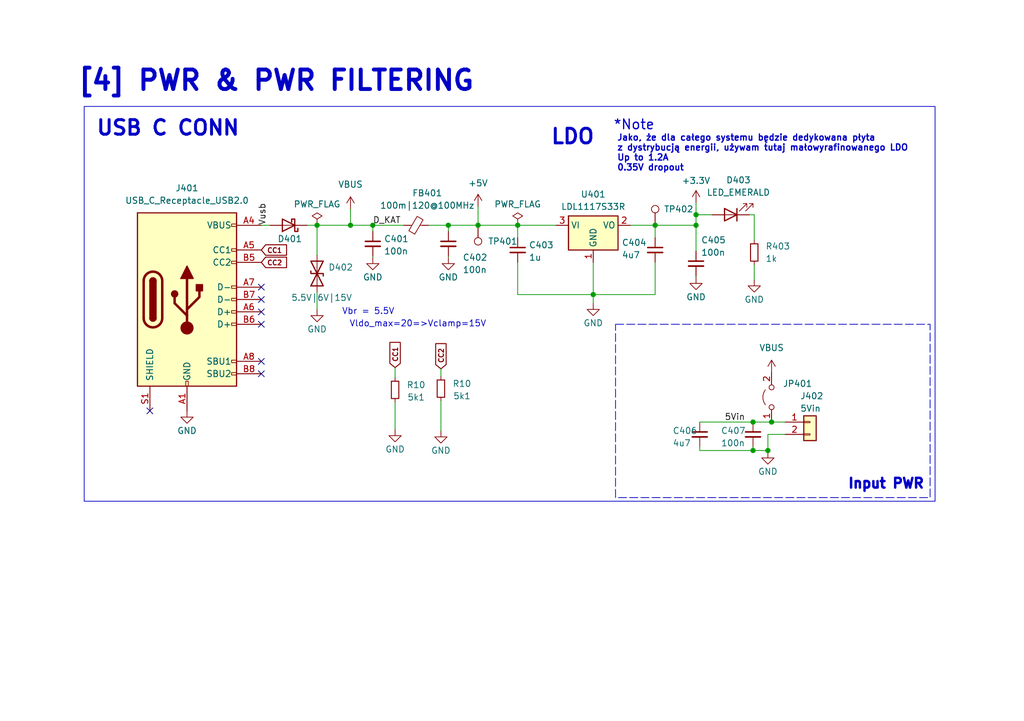
<source format=kicad_sch>
(kicad_sch (version 20230121) (generator eeschema)
  (paper "A5")
  (title_block (title "POWER"))
  (lib_symbols
    (symbol "Connector:TestPoint" (pin_numbers hide) (pin_names (offset 0.762) hide)
      (property "Reference" "TP" (at 0 6.858 0))
      (property "Value" "TestPoint" (at 0 5.08 0))
      (symbol "TestPoint_0_1"
        (circle (center 0 3.302) (radius 0.762))
      )
      (symbol "TestPoint_1_1"
        (pin passive line (at 0 0 90) (length 2.54) (name "1") (number "1"))
      )
    )
    (symbol "Connector:USB_C_Receptacle_USB2.0" (pin_names (offset 1.016))
      (property "Reference" "J" (at -10.16 19.05 0))
      (property "Value" "USB_C_Receptacle_USB2.0" (at 19.05 19.05 0))
      (symbol "USB_C_Receptacle_USB2.0_0_0"
        (rectangle (start -0.254 -17.78) (end 0.254 -16.764))
        (rectangle (start 10.16 -14.986) (end 9.144 -15.494))
        (rectangle (start 10.16 -12.446) (end 9.144 -12.954))
        (rectangle (start 10.16 -4.826) (end 9.144 -5.334))
        (rectangle (start 10.16 -2.286) (end 9.144 -2.794))
        (rectangle (start 10.16 0.254) (end 9.144 -0.254))
        (rectangle (start 10.16 2.794) (end 9.144 2.286))
        (rectangle (start 10.16 7.874) (end 9.144 7.366))
        (rectangle (start 10.16 10.414) (end 9.144 9.906))
        (rectangle (start 10.16 15.494) (end 9.144 14.986))
      )
      (symbol "USB_C_Receptacle_USB2.0_0_1"
        (rectangle (start -10.16 17.78) (end 10.16 -17.78) (stroke (width 0.254)) (fill (type background)))
        (arc (start -8.89 -3.81) (mid -6.985 -5.7067) (end -5.08 -3.81) (stroke (width 0.508)))
        (arc (start -7.62 -3.81) (mid -6.985 -4.4423) (end -6.35 -3.81) (stroke (width 0.254)))
        (arc (start -7.62 -3.81) (mid -6.985 -4.4423) (end -6.35 -3.81) (stroke (width 0.254)) (fill (type outline)))
        (rectangle (start -7.62 -3.81) (end -6.35 3.81) (stroke (width 0.254)) (fill (type outline)))
        (arc (start -6.35 3.81) (mid -6.985 4.4423) (end -7.62 3.81) (stroke (width 0.254)))
        (arc (start -6.35 3.81) (mid -6.985 4.4423) (end -7.62 3.81) (stroke (width 0.254)) (fill (type outline)))
        (arc (start -5.08 3.81) (mid -6.985 5.7067) (end -8.89 3.81) (stroke (width 0.508)))
        (circle (center -2.54 1.143) (radius 0.635) (stroke (width 0.254)) (fill (type outline)))
        (circle (center 0 -5.842) (radius 1.27) (fill (type outline)))
        (polyline (pts (xy -8.89 -3.81) (xy -8.89 3.81)) (stroke (width 0.508)))
        (polyline (pts (xy -5.08 3.81) (xy -5.08 -3.81)) (stroke (width 0.508)))
        (polyline (pts (xy 0 -5.842) (xy 0 4.318)) (stroke (width 0.508)))
        (polyline (pts (xy 0 -3.302) (xy -2.54 -0.762) (xy -2.54 0.508)) (stroke (width 0.508)))
        (polyline (pts (xy 0 -2.032) (xy 2.54 0.508) (xy 2.54 1.778)) (stroke (width 0.508)))
        (polyline (pts (xy -1.27 4.318) (xy 0 6.858) (xy 1.27 4.318) (xy -1.27 4.318)) (stroke (width 0.254)) (fill (type outline)))
        (rectangle (start 1.905 1.778) (end 3.175 3.048) (stroke (width 0.254)) (fill (type outline)))
      )
      (symbol "USB_C_Receptacle_USB2.0_1_1"
        (pin passive line (at 0 -22.86 90) (length 5.08) (name "GND") (number "A1"))
        (pin passive line (at 0 -22.86 90) (length 5.08) hide (name "GND") (number "A12"))
        (pin passive line (at 15.24 15.24 180) (length 5.08) (name "VBUS") (number "A4"))
        (pin bidirectional line (at 15.24 10.16 180) (length 5.08) (name "CC1") (number "A5"))
        (pin bidirectional line (at 15.24 -2.54 180) (length 5.08) (name "D+") (number "A6"))
        (pin bidirectional line (at 15.24 2.54 180) (length 5.08) (name "D-") (number "A7"))
        (pin bidirectional line (at 15.24 -12.7 180) (length 5.08) (name "SBU1") (number "A8"))
        (pin passive line (at 15.24 15.24 180) (length 5.08) hide (name "VBUS") (number "A9"))
        (pin passive line (at 0 -22.86 90) (length 5.08) hide (name "GND") (number "B1"))
        (pin passive line (at 0 -22.86 90) (length 5.08) hide (name "GND") (number "B12"))
        (pin passive line (at 15.24 15.24 180) (length 5.08) hide (name "VBUS") (number "B4"))
        (pin bidirectional line (at 15.24 7.62 180) (length 5.08) (name "CC2") (number "B5"))
        (pin bidirectional line (at 15.24 -5.08 180) (length 5.08) (name "D+") (number "B6"))
        (pin bidirectional line (at 15.24 0 180) (length 5.08) (name "D-") (number "B7"))
        (pin bidirectional line (at 15.24 -15.24 180) (length 5.08) (name "SBU2") (number "B8"))
        (pin passive line (at 15.24 15.24 180) (length 5.08) hide (name "VBUS") (number "B9"))
        (pin passive line (at -7.62 -22.86 90) (length 5.08) (name "SHIELD") (number "S1"))
      )
    )
    (symbol "Connector_Generic:Conn_01x02" (pin_names (offset 1.016) hide)
      (property "Reference" "J" (at 0 2.54 0))
      (property "Value" "Conn_01x02" (at 0 -5.08 0))
      (symbol "Conn_01x02_1_1"
        (rectangle (start -1.27 -2.413) (end 0 -2.667) (stroke (width 0.1524)))
        (rectangle (start -1.27 0.127) (end 0 -0.127) (stroke (width 0.1524)))
        (rectangle (start -1.27 1.27) (end 1.27 -3.81) (stroke (width 0.254)) (fill (type background)))
        (pin passive line (at -5.08 0 0) (length 3.81) (name "Pin_1") (number "1"))
        (pin passive line (at -5.08 -2.54 0) (length 3.81) (name "Pin_2") (number "2"))
      )
    )
    (symbol "Device:C_Small" (pin_numbers hide) (pin_names (offset 0.254) hide)
      (property "Reference" "C" (at 0.254 1.778 0))
      (property "Value" "C_Small" (at 0.254 -2.032 0))
      (symbol "C_Small_0_1"
        (polyline (pts (xy -1.524 -0.508) (xy 1.524 -0.508)) (stroke (width 0.3302)))
        (polyline (pts (xy -1.524 0.508) (xy 1.524 0.508)) (stroke (width 0.3048)))
      )
      (symbol "C_Small_1_1"
        (pin passive line (at 0 2.54 270) (length 2.032) (name "~") (number "1"))
        (pin passive line (at 0 -2.54 90) (length 2.032) (name "~") (number "2"))
      )
    )
    (symbol "Device:D_Schottky" (pin_numbers hide) (pin_names (offset 1.016) hide)
      (property "Reference" "D" (at 0 2.54 0))
      (property "Value" "D_Schottky" (at 0 -2.54 0))
      (symbol "D_Schottky_0_1"
        (polyline (pts (xy 1.27 0) (xy -1.27 0)))
        (polyline (pts (xy 1.27 1.27) (xy 1.27 -1.27) (xy -1.27 0) (xy 1.27 1.27)) (stroke (width 0.254)))
        (polyline (pts (xy -1.905 0.635) (xy -1.905 1.27) (xy -1.27 1.27) (xy -1.27 -1.27) (xy -0.635 -1.27) (xy -0.635 -0.635)) (stroke (width 0.254)))
      )
      (symbol "D_Schottky_1_1"
        (pin passive line (at -3.81 0 0) (length 2.54) (name "K") (number "1"))
        (pin passive line (at 3.81 0 180) (length 2.54) (name "A") (number "2"))
      )
    )
    (symbol "Device:D_TVS" (pin_numbers hide) (pin_names (offset 1.016) hide)
      (property "Reference" "D" (at 0 2.54 0))
      (property "Value" "D_TVS" (at 0 -2.54 0))
      (symbol "D_TVS_0_1"
        (polyline (pts (xy 1.27 0) (xy -1.27 0)))
        (polyline (pts (xy 0.508 1.27) (xy 0 1.27) (xy 0 -1.27) (xy -0.508 -1.27)) (stroke (width 0.254)))
        (polyline (pts (xy -2.54 1.27) (xy -2.54 -1.27) (xy 2.54 1.27) (xy 2.54 -1.27) (xy -2.54 1.27)) (stroke (width 0.254)))
      )
      (symbol "D_TVS_1_1"
        (pin passive line (at -3.81 0 0) (length 2.54) (name "A1") (number "1"))
        (pin passive line (at 3.81 0 180) (length 2.54) (name "A2") (number "2"))
      )
    )
    (symbol "Device:FerriteBead_Small" (pin_numbers hide) (pin_names (offset 0))
      (property "Reference" "FB" (at 1.905 1.27 0))
      (property "Value" "FerriteBead_Small" (at 1.905 -1.27 0))
      (symbol "FerriteBead_Small_0_1"
        (polyline (pts (xy 0 -1.27) (xy 0 -0.7874)))
        (polyline (pts (xy 0 0.889) (xy 0 1.2954)))
        (polyline (pts (xy -1.8288 0.2794) (xy -1.1176 1.4986) (xy 1.8288 -0.2032) (xy 1.1176 -1.4224) (xy -1.8288 0.2794)))
      )
      (symbol "FerriteBead_Small_1_1"
        (pin passive line (at 0 2.54 270) (length 1.27) (name "~") (number "1"))
        (pin passive line (at 0 -2.54 90) (length 1.27) (name "~") (number "2"))
      )
    )
    (symbol "Device:LED" (pin_numbers hide) (pin_names (offset 1.016) hide)
      (property "Reference" "D" (at 0 2.54 0))
      (property "Value" "LED" (at 0 -2.54 0))
      (symbol "LED_0_1"
        (polyline (pts (xy -1.27 -1.27) (xy -1.27 1.27)) (stroke (width 0.254)))
        (polyline (pts (xy -1.27 0) (xy 1.27 0)))
        (polyline (pts (xy 1.27 -1.27) (xy 1.27 1.27) (xy -1.27 0) (xy 1.27 -1.27)) (stroke (width 0.254)))
        (polyline (pts (xy -3.048 -0.762) (xy -4.572 -2.286) (xy -3.81 -2.286) (xy -4.572 -2.286) (xy -4.572 -1.524)))
        (polyline (pts (xy -1.778 -0.762) (xy -3.302 -2.286) (xy -2.54 -2.286) (xy -3.302 -2.286) (xy -3.302 -1.524)))
      )
      (symbol "LED_1_1"
        (pin passive line (at -3.81 0 0) (length 2.54) (name "K") (number "1"))
        (pin passive line (at 3.81 0 180) (length 2.54) (name "A") (number "2"))
      )
    )
    (symbol "Device:R_Small" (pin_numbers hide) (pin_names (offset 0.254) hide)
      (property "Reference" "R" (at 0.762 0.508 0))
      (property "Value" "R_Small" (at 0.762 -1.016 0))
      (symbol "R_Small_0_1"
        (rectangle (start -0.762 1.778) (end 0.762 -1.778) (stroke (width 0.2032)))
      )
      (symbol "R_Small_1_1"
        (pin passive line (at 0 2.54 270) (length 0.762) (name "~") (number "1"))
        (pin passive line (at 0 -2.54 90) (length 0.762) (name "~") (number "2"))
      )
    )
    (symbol "Jumper:Jumper_2_Open" (pin_names (offset 0) hide)
      (property "Reference" "JP" (at 0 2.794 0))
      (property "Value" "Jumper_2_Open" (at 0 -2.286 0))
      (symbol "Jumper_2_Open_0_0"
        (circle (center -2.032 0) (radius 0.508))
        (circle (center 2.032 0) (radius 0.508))
      )
      (symbol "Jumper_2_Open_0_1"
        (arc (start 1.524 1.27) (mid 0 1.778) (end -1.524 1.27))
      )
      (symbol "Jumper_2_Open_1_1"
        (pin passive line (at -5.08 0 0) (length 2.54) (name "A") (number "1"))
        (pin passive line (at 5.08 0 180) (length 2.54) (name "B") (number "2"))
      )
    )
    (symbol "Regulator_Linear:LD1117S33TR_SOT223"
      (property "Reference" "U" (at -3.81 3.175 0))
      (property "Value" "LD1117S33TR_SOT223" (at 0 3.175 0))
      (symbol "LD1117S33TR_SOT223_0_1"
        (rectangle (start -5.08 -5.08) (end 5.08 1.905) (stroke (width 0.254)) (fill (type background)))
      )
      (symbol "LD1117S33TR_SOT223_1_1"
        (pin power_in line (at 0 -7.62 90) (length 2.54) (name "GND") (number "1"))
        (pin power_out line (at 7.62 0 180) (length 2.54) (name "VO") (number "2"))
        (pin power_in line (at -7.62 0 0) (length 2.54) (name "VI") (number "3"))
      )
    )
    (symbol "power:+3.3V" (power) (pin_names (offset 0))
      (property "Value" "+3.3V" (at 0 3.556 0))
      (symbol "+3.3V_0_1"
        (polyline (pts (xy -0.762 1.27) (xy 0 2.54)))
        (polyline (pts (xy 0 0) (xy 0 2.54)))
        (polyline (pts (xy 0 2.54) (xy 0.762 1.27)))
      )
      (symbol "+3.3V_1_1"
        (pin power_in line (at 0 0 90) (length 0) hide (name "+3.3V") (number "1"))
      )
    )
    (symbol "power:+5V" (power) (pin_names (offset 0))
      (property "Value" "+5V" (at 0 3.556 0))
      (symbol "+5V_0_1"
        (polyline (pts (xy -0.762 1.27) (xy 0 2.54)))
        (polyline (pts (xy 0 0) (xy 0 2.54)))
        (polyline (pts (xy 0 2.54) (xy 0.762 1.27)))
      )
      (symbol "+5V_1_1"
        (pin power_in line (at 0 0 90) (length 0) hide (name "+5V") (number "1"))
      )
    )
    (symbol "power:GND" (power) (pin_names (offset 0))
      (property "Value" "GND" (at 0 -3.81 0))
      (symbol "GND_0_1"
        (polyline (pts (xy 0 0) (xy 0 -1.27) (xy 1.27 -1.27) (xy 0 -2.54) (xy -1.27 -1.27) (xy 0 -1.27)))
      )
      (symbol "GND_1_1"
        (pin power_in line (at 0 0 270) (length 0) hide (name "GND") (number "1"))
      )
    )
    (symbol "power:PWR_FLAG" (power) (pin_numbers hide) (pin_names (offset 0) hide)
      (property "Value" "PWR_FLAG" (at 0 3.81 0))
      (symbol "PWR_FLAG_0_0"
        (pin power_out line (at 0 0 90) (length 0) (name "pwr") (number "1"))
      )
      (symbol "PWR_FLAG_0_1"
        (polyline (pts (xy 0 0) (xy 0 1.27) (xy -1.016 1.905) (xy 0 2.54) (xy 1.016 1.905) (xy 0 1.27)))
      )
    )
    (symbol "power:VBUS" (power) (pin_names (offset 0))
      (property "Value" "VBUS" (at 0 3.81 0))
      (symbol "VBUS_0_1"
        (polyline (pts (xy -0.762 1.27) (xy 0 2.54)))
        (polyline (pts (xy 0 0) (xy 0 2.54)))
        (polyline (pts (xy 0 2.54) (xy 0.762 1.27)))
      )
      (symbol "VBUS_1_1"
        (pin power_in line (at 0 0 90) (length 0) hide (name "VBUS") (number "1"))
      )
    )
  )
  (junction (at 134.366 46.228))
  (junction (at 106.172 46.228))
  (junction (at 91.948 46.228))
  (junction (at 158.242 86.614))
  (junction (at 76.454 46.228))
  (junction (at 121.666 60.452))
  (junction (at 71.882 46.228))
  (junction (at 142.748 44.069))
  (junction (at 142.748 46.228))
  (junction (at 98.044 46.228))
  (junction (at 154.432 92.456))
  (junction (at 65.024 46.228))
  (junction (at 157.48 92.456))
  (junction (at 154.432 86.614))
  (no_connect (at 53.594 64.008))
  (no_connect (at 53.594 61.468))
  (no_connect (at 53.594 76.708))
  (no_connect (at 30.734 84.328))
  (no_connect (at 53.594 58.928))
  (no_connect (at 53.594 74.168))
  (no_connect (at 53.594 66.548))
  (wire (pts (xy 158.242 86.614) (xy 161.036 86.614)))
  (wire (pts (xy 98.044 42.418) (xy 98.044 46.228)))
  (wire (pts (xy 65.024 46.228) (xy 71.882 46.228)))
  (wire (pts (xy 121.666 60.452) (xy 121.666 62.23)))
  (wire (pts (xy 129.286 46.228) (xy 134.366 46.228)))
  (wire (pts (xy 143.51 92.456) (xy 154.432 92.456)))
  (wire (pts (xy 154.686 44.069) (xy 154.686 49.276)))
  (wire (pts (xy 153.67 44.069) (xy 154.686 44.069)))
  (wire (pts (xy 65.024 59.944) (xy 65.024 63.5)))
  (wire (pts (xy 134.366 46.228) (xy 134.366 48.768)))
  (wire (pts (xy 62.992 46.228) (xy 65.024 46.228)))
  (wire (pts (xy 106.172 46.228) (xy 106.172 48.768)))
  (wire (pts (xy 106.172 53.848) (xy 106.172 60.452)))
  (wire (pts (xy 142.748 44.069) (xy 146.05 44.069)))
  (wire (pts (xy 143.51 86.614) (xy 154.432 86.614)))
  (wire (pts (xy 154.432 92.456) (xy 157.48 92.456)))
  (wire (pts (xy 90.424 75.692) (xy 90.424 77.216)))
  (wire (pts (xy 157.48 92.456) (xy 157.48 92.71)))
  (wire (pts (xy 91.948 52.578) (xy 91.948 52.832)))
  (wire (pts (xy 121.666 60.452) (xy 134.366 60.452)))
  (wire (pts (xy 81.026 75.438) (xy 81.026 77.47)))
  (wire (pts (xy 142.748 51.562) (xy 142.748 46.228)))
  (wire (pts (xy 91.948 46.228) (xy 98.044 46.228)))
  (wire (pts (xy 154.432 91.694) (xy 154.432 92.456)))
  (wire (pts (xy 71.882 46.228) (xy 76.454 46.228)))
  (wire (pts (xy 71.882 42.926) (xy 71.882 46.228)))
  (wire (pts (xy 76.454 46.228) (xy 76.454 47.498)))
  (wire (pts (xy 161.036 89.154) (xy 157.48 89.154)))
  (wire (pts (xy 65.024 46.228) (xy 65.024 52.324)))
  (wire (pts (xy 106.172 46.228) (xy 114.046 46.228)))
  (wire (pts (xy 154.686 54.356) (xy 154.686 57.404)))
  (wire (pts (xy 91.948 47.498) (xy 91.948 46.228)))
  (wire (pts (xy 53.594 46.228) (xy 55.372 46.228)))
  (wire (pts (xy 76.454 46.228) (xy 82.804 46.228)))
  (wire (pts (xy 76.454 52.578) (xy 76.454 52.832)))
  (wire (pts (xy 134.366 46.228) (xy 142.748 46.228)))
  (wire (pts (xy 142.748 41.656) (xy 142.748 44.069)))
  (wire (pts (xy 106.172 60.452) (xy 121.666 60.452)))
  (wire (pts (xy 154.432 86.614) (xy 158.242 86.614)))
  (wire (pts (xy 142.748 56.642) (xy 142.748 56.896)))
  (wire (pts (xy 157.48 89.154) (xy 157.48 92.456)))
  (wire (pts (xy 143.51 91.694) (xy 143.51 92.456)))
  (wire (pts (xy 90.424 82.296) (xy 90.424 88.392)))
  (wire (pts (xy 121.666 60.452) (xy 121.666 53.848)))
  (wire (pts (xy 87.884 46.228) (xy 91.948 46.228)))
  (wire (pts (xy 134.366 53.848) (xy 134.366 60.452)))
  (wire (pts (xy 81.026 82.55) (xy 81.026 88.138)))
  (wire (pts (xy 142.748 44.069) (xy 142.748 46.228)))
  (wire (pts (xy 98.044 46.228) (xy 106.172 46.228)))
  (rectangle (start 126.238 66.548) (end 190.754 102.108) (stroke (width 0) (type dash)))
  (rectangle (start 17.272 21.844) (end 191.77 102.87))
  (text "LDO" (at 112.776 29.972 0) (effects (font (size 3 3) (thickness 0.6) bold) (justify left bottom)))
  (text "Jako, że dla całego systemu będzie dedykowana płyta \nz dystrybucją energii, używam tutaj małowyrafinowanego LDO\nUp to 1.2A \n0.35V dropout " (at 126.492 35.306 0) (effects (font (size 1.27 1.27) bold) (justify left bottom)))
  (text "Input PWR" (at 173.736 100.584 0) (effects (font (size 2 2) (thickness 0.6) bold) (justify left bottom)))
  (text "USB C CONN\n" (at 19.558 28.194 0) (effects (font (size 3 3) (thickness 0.6) bold) (justify left bottom)))
  (text "Vldo_max=20=>Vclamp=15V" (at 71.628 67.31 0) (effects (font (size 1.27 1.27)) (justify left bottom)))
  (text "Vbr = 5.5V\n" (at 70.104 64.77 0) (effects (font (size 1.27 1.27)) (justify left bottom)))
  (text "[4] PWR & PWR FILTERING" (at 15.748 19.05 0) (effects (font (size 4 4) (thickness 0.8) bold) (justify left bottom)))
  (text "*Note" (at 125.73 26.924 0) (effects (font (size 2 2) (thickness 0.254) bold) (justify left bottom)))
  (label "Vusb" (at 54.864 46.228 90))
  (label "D_KAT" (at 76.454 46.228 0))
  (label "5Vin" (at 148.59 86.614 0))
  (global_label "CC2" (shape input) (at 90.424 75.692 90) (effects (font (size 1 1) (thickness 0.2) bold)) (property "Intersheetrefs" "${INTERSHEET_REFS}" (effects hide)))
  (global_label "CC1" (shape input) (at 53.594 51.308 0) (effects (font (size 1 1) (thickness 0.2) bold)) (property "Intersheetrefs" "${INTERSHEET_REFS}" (effects hide)))
  (global_label "CC2" (shape input) (at 53.594 53.848 0) (effects (font (size 1 1) (thickness 0.2) bold)) (property "Intersheetrefs" "${INTERSHEET_REFS}" (effects hide)))
  (global_label "CC1" (shape input) (at 81.026 75.438 90) (effects (font (size 1 1) (thickness 0.2) bold)) (property "Intersheetrefs" "${INTERSHEET_REFS}" (effects hide)))
  (symbol (lib_id "Device:C_Small") (at 142.748 54.102 0) (unit 1)
    (property "Reference" "C1" (at 143.764 49.276 0) (effects (justify left)))
    (property "Value" "100n" (at 143.764 51.816 0) (effects (justify left)))
    (property "Footprint" "Capacitor_SMD:C_0402_1005Metric" (effects hide))
    (property "LCSC PART #" "C307331" (effects hide))
    (property "JLCPCB Part #" "C307331" (effects hide))
    (instances (project "SYSTEM_KONTROLI_LOTU" (path "" (reference "C405") (unit 1))))
  )
  (symbol (lib_id "power:+3.3V") (at 142.748 41.656 0) (unit 1)
    (property "Reference" "#PWR0138" (effects hide))
    (property "Value" "+3.3V" (at 142.748 37.084 0))
    (instances (project "SYSTEM_KONTROLI_LOTU" (path "" (reference "#PWR0410") (unit 1))))
  )
  (symbol (lib_id "power:PWR_FLAG") (at 65.024 46.228 0) (unit 1)
    (property "Reference" "#FLG01" (effects hide))
    (property "Value" "PWR_FLAG" (at 65.024 41.91 0))
    (instances (project "SYSTEM_KONTROLI_LOTU" (path "" (reference "#FLG0401") (unit 1))))
  )
  (symbol (lib_id "Device:D_TVS") (at 65.024 56.134 90) (unit 1)
    (property "Reference" "D201" (at 67.31 54.864 90) (effects (justify right)))
    (property "Value" "5.5V|6V|15V" (at 59.69 61.087 90) (effects (justify right)))
    (property "Footprint" "Diode_SMD:D_0402_1005Metric" (effects hide))
    (instances (project "SYSTEM_KONTROLI_LOTU" (path "" (reference "D402") (unit 1))))
  )
  (symbol (lib_id "Device:LED") (at 149.86 44.069 180) (unit 1)
    (property "Reference" "D3" (at 151.4475 36.957 0))
    (property "Value" "LED_EMERALD" (at 151.4475 39.497 0))
    (property "Footprint" "Diode_SMD:D_0603_1608Metric" (effects hide))
    (property "LCSC PART #" "C72043" (effects hide))
    (property "JLCPCB Part #" "C72043" (effects hide))
    (instances (project "SYSTEM_KONTROLI_LOTU" (path "" (reference "D403") (unit 1))))
  )
  (symbol (lib_id "Device:R_Small") (at 81.026 80.01 0) (unit 1)
    (property "Reference" "R10" (at 85.344 78.994 0))
    (property "Value" "5k1" (at 85.344 81.534 0))
    (property "Footprint" "Resistor_SMD:R_0402_1005Metric" (effects hide))
    (property "LCSC PART #" "C25905" (effects hide))
    (property "JLCPCB Part #" "C25905" (effects hide))
    (instances (project "SYSTEM_KONTROLI_LOTU" (path "" (reference "R10") (unit 1)) (path "" (reference "R401") (unit 1))))
  )
  (symbol (lib_id "Device:C_Small") (at 91.948 50.038 0) (unit 1)
    (property "Reference" "C502" (at 94.869 52.832 0) (effects (justify left)))
    (property "Value" "100n" (at 94.869 55.372 0) (effects (justify left)))
    (property "Footprint" "Capacitor_SMD:C_0402_1005Metric" (effects hide))
    (property "LCSC PART #" "C307331" (effects hide))
    (property "JLCPCB Part #" "C307331" (effects hide))
    (instances (project "SYSTEM_KONTROLI_LOTU" (path "" (reference "C402") (unit 1))))
  )
  (symbol (lib_id "power:GND") (at 91.948 52.832 0) (unit 1)
    (property "Reference" "#PWR053" (effects hide))
    (property "Value" "GND" (at 91.948 56.896 0))
    (instances (project "SYSTEM_KONTROLI_LOTU" (path "" (reference "#PWR0407") (unit 1))))
  )
  (symbol (lib_id "power:GND") (at 90.424 88.392 0) (unit 1)
    (property "Reference" "#PWR054" (effects hide))
    (property "Value" "GND" (at 90.424 92.456 0))
    (instances (project "SYSTEM_KONTROLI_LOTU" (path "" (reference "#PWR0406") (unit 1))))
  )
  (symbol (lib_id "power:GND") (at 157.48 92.71 0) (unit 1)
    (property "Reference" "#PWR054" (effects hide))
    (property "Value" "GND" (at 157.48 96.774 0))
    (instances (project "SYSTEM_KONTROLI_LOTU" (path "" (reference "#PWR0413") (unit 1))))
  )
  (symbol (lib_id "Connector:TestPoint") (at 134.366 46.228 0) (unit 1)
    (property "Reference" "TP2" (at 136.144 42.926 0) (effects (justify left)))
    (property "Value" "TestPoint" (effects hide))
    (property "Footprint" "TestPoint:TestPoint_Loop_D1.80mm_Drill1.0mm_Beaded" (effects hide))
    (instances (project "SYSTEM_KONTROLI_LOTU" (path "" (reference "TP402") (unit 1))))
  )
  (symbol (lib_id "Device:C_Small") (at 76.454 50.038 0) (unit 1)
    (property "Reference" "C501" (at 78.74 49.022 0) (effects (justify left)))
    (property "Value" "100n" (at 78.74 51.562 0) (effects (justify left)))
    (property "Footprint" "Capacitor_SMD:C_0402_1005Metric" (effects hide))
    (property "LCSC PART #" "C307331" (effects hide))
    (property "JLCPCB Part #" "C307331" (effects hide))
    (instances (project "SYSTEM_KONTROLI_LOTU" (path "" (reference "C401") (unit 1))))
  )
  (symbol (lib_id "Device:R_Small") (at 90.424 79.756 0) (unit 1)
    (property "Reference" "R10" (at 94.742 78.74 0))
    (property "Value" "5k1" (at 94.742 81.28 0))
    (property "Footprint" "Resistor_SMD:R_0402_1005Metric" (effects hide))
    (property "LCSC PART #" "C25905" (effects hide))
    (property "JLCPCB Part #" "C25905" (effects hide))
    (instances (project "SYSTEM_KONTROLI_LOTU" (path "" (reference "R10") (unit 1)) (path "" (reference "R402") (unit 1))))
  )
  (symbol (lib_id "power:+5V") (at 98.044 42.418 0) (unit 1)
    (property "Reference" "#PWR0136" (effects hide))
    (property "Value" "+5V" (at 98.044 37.592 0))
    (instances (project "SYSTEM_KONTROLI_LOTU" (path "" (reference "#PWR0408") (unit 1))))
  )
  (symbol (lib_id "power:GND") (at 142.748 56.896 0) (unit 1)
    (property "Reference" "#PWR053" (effects hide))
    (property "Value" "GND" (at 142.748 60.96 0))
    (instances (project "SYSTEM_KONTROLI_LOTU" (path "" (reference "#PWR0411") (unit 1))))
  )
  (symbol (lib_id "power:PWR_FLAG") (at 106.172 46.228 0) (unit 1)
    (property "Reference" "#FLG02" (effects hide))
    (property "Value" "PWR_FLAG" (at 106.172 41.91 0))
    (instances (project "SYSTEM_KONTROLI_LOTU" (path "" (reference "#FLG0402") (unit 1))))
  )
  (symbol (lib_id "Device:C_Small") (at 106.172 51.308 0) (unit 1)
    (property "Reference" "C503" (at 108.458 50.292 0) (effects (justify left)))
    (property "Value" "1u" (at 108.458 52.832 0) (effects (justify left)))
    (property "Footprint" "Capacitor_SMD:C_0603_1608Metric" (effects hide))
    (property "LCSC PART #" "C15849" (effects hide))
    (property "JLCPCB Part #" "C15849" (effects hide))
    (instances (project "SYSTEM_KONTROLI_LOTU" (path "" (reference "C403") (unit 1))))
  )
  (symbol (lib_id "power:GND") (at 121.666 62.23 0) (unit 1)
    (property "Reference" "#PWR053" (effects hide))
    (property "Value" "GND" (at 121.666 66.294 0))
    (instances (project "SYSTEM_KONTROLI_LOTU" (path "" (reference "#PWR0409") (unit 1))))
  )
  (symbol (lib_id "power:GND") (at 81.026 88.138 0) (unit 1)
    (property "Reference" "#PWR053" (effects hide))
    (property "Value" "GND" (at 81.026 92.202 0))
    (instances (project "SYSTEM_KONTROLI_LOTU" (path "" (reference "#PWR0405") (unit 1))))
  )
  (symbol (lib_id "Device:C_Small") (at 134.366 51.308 0) (unit 1)
    (property "Reference" "C504" (at 127.508 49.784 0) (effects (justify left)))
    (property "Value" "4u7" (at 127.508 52.324 0) (effects (justify left)))
    (property "Footprint" "Capacitor_SMD:C_0603_1608Metric" (effects hide))
    (property "LCSC PART #" "C19666" (effects hide))
    (property "JLCPCB Part #" "C19666" (effects hide))
    (instances (project "SYSTEM_KONTROLI_LOTU" (path "" (reference "C404") (unit 1))))
  )
  (symbol (lib_id "power:GND") (at 76.454 52.832 0) (unit 1)
    (property "Reference" "#PWR053" (effects hide))
    (property "Value" "GND" (at 76.454 56.896 0))
    (instances (project "SYSTEM_KONTROLI_LOTU" (path "" (reference "#PWR0404") (unit 1))))
  )
  (symbol (lib_id "Connector_Generic:Conn_01x02") (at 166.116 86.614 0) (unit 1)
    (property "Reference" "J16" (at 164.084 81.28 0) (effects (justify left)))
    (property "Value" "5Vin" (at 164.084 83.82 0) (effects (justify left)))
    (property "Footprint" "Connector_PinHeader_2.54mm:PinHeader_1x02_P2.54mm_Vertical" (effects hide))
    (instances (project "SYSTEM_KONTROLI_LOTU" (path "" (reference "J402") (unit 1))))
  )
  (symbol (lib_id "Device:R_Small") (at 154.686 51.816 180) (unit 1)
    (property "Reference" "R501" (at 156.972 50.546 0) (effects (justify right)))
    (property "Value" "1k" (at 156.972 53.086 0) (effects (justify right)))
    (property "Footprint" "Resistor_SMD:R_0603_1608Metric" (effects hide))
    (property "LCSC PART #" "C21190" (effects hide))
    (property "JLCPCB Part #" "C21190" (effects hide))
    (instances (project "SYSTEM_KONTROLI_LOTU" (path "" (reference "R403") (unit 1))))
  )
  (symbol (lib_id "power:VBUS") (at 158.242 76.454 0) (unit 1)
    (property "Reference" "#PWR029" (effects hide))
    (property "Value" "VBUS" (at 158.242 71.374 0))
    (instances (project "SYSTEM_KONTROLI_LOTU" (path "" (reference "#PWR0414") (unit 1))))
  )
  (symbol (lib_id "Device:D_Schottky") (at 59.182 46.228 180) (unit 1)
    (property "Reference" "D8" (at 59.436 49.022 0))
    (property "Value" "D_Schottky" (effects hide))
    (property "Footprint" "Diode_SMD:D_SOD-323" (effects hide))
    (property "LCSC PART #" "C191023" (effects hide))
    (property "JLCPCB Part #" "C191023" (effects hide))
    (instances (project "SYSTEM_KONTROLI_LOTU" (path "" (reference "D401") (unit 1))))
  )
  (symbol (lib_id "Jumper:Jumper_2_Open") (at 158.242 81.534 90) (unit 1)
    (property "Reference" "JP4" (at 160.528 78.74 90) (effects (justify right)))
    (property "Value" "Jumper_2_Open" (effects hide))
    (property "Footprint" "Connector_PinHeader_2.54mm:PinHeader_1x02_P2.54mm_Vertical" (effects hide))
    (instances (project "SYSTEM_KONTROLI_LOTU" (path "" (reference "JP401") (unit 1))))
  )
  (symbol (lib_id "power:GND") (at 38.354 84.328 0) (unit 1)
    (property "Reference" "#PWR028" (effects hide))
    (property "Value" "GND" (at 38.354 88.392 0))
    (instances (project "SYSTEM_KONTROLI_LOTU" (path "" (reference "#PWR0401") (unit 1))))
  )
  (symbol (lib_id "Device:C_Small") (at 143.51 89.154 0) (unit 1)
    (property "Reference" "C4" (at 137.922 88.392 0) (effects (justify left)))
    (property "Value" "4u7" (at 137.922 90.932 0) (effects (justify left)))
    (property "Footprint" "Capacitor_SMD:C_0603_1608Metric" (effects hide))
    (property "LCSC PART #" "C19666" (effects hide))
    (property "JLCPCB Part #" "C19666" (effects hide))
    (instances (project "SYSTEM_KONTROLI_LOTU" (path "" (reference "C406") (unit 1))))
  )
  (symbol (lib_id "Device:C_Small") (at 154.432 89.154 0) (unit 1)
    (property "Reference" "C2" (at 147.828 88.392 0) (effects (justify left)))
    (property "Value" "100n" (at 147.828 90.932 0) (effects (justify left)))
    (property "Footprint" "Capacitor_SMD:C_0402_1005Metric" (effects hide))
    (property "LCSC PART #" "C307331" (effects hide))
    (property "JLCPCB Part #" "C307331" (effects hide))
    (instances (project "SYSTEM_KONTROLI_LOTU" (path "" (reference "C407") (unit 1))))
  )
  (symbol (lib_id "Device:FerriteBead_Small") (at 85.344 46.228 90) (unit 1)
    (property "Reference" "FB3" (at 87.63 39.624 90))
    (property "Value" "100m|120@100MHz" (at 87.63 42.164 90))
    (property "Footprint" "Inductor_SMD:L_0603_1608Metric" (effects hide))
    (instances (project "SYSTEM_KONTROLI_LOTU" (path "" (reference "FB401") (unit 1))))
  )
  (symbol (lib_id "Connector:USB_C_Receptacle_USB2.0") (at 38.354 61.468 0) (unit 1)
    (property "Reference" "J2" (at 38.354 38.608 0))
    (property "Value" "USB_C_Receptacle_USB2.0" (at 38.354 41.148 0))
    (property "Footprint" "Connector_USB:USB_C_Receptacle_GCT_USB4105-xx-A_16P_TopMnt_Horizontal" (effects hide))
    (property "Datasheet" "https://www.usb.org/sites/default/files/documents/usb_type-c.zip" (effects hide))
    (instances (project "SYSTEM_KONTROLI_LOTU" (path "" (reference "J401") (unit 1))))
  )
  (symbol (lib_id "power:GND") (at 65.024 63.5 0) (unit 1)
    (property "Reference" "#PWR053" (effects hide))
    (property "Value" "GND" (at 65.024 67.564 0))
    (instances (project "SYSTEM_KONTROLI_LOTU" (path "" (reference "#PWR0402") (unit 1))))
  )
  (symbol (lib_id "power:GND") (at 154.686 57.404 0) (unit 1)
    (property "Reference" "#PWR053" (effects hide))
    (property "Value" "GND" (at 154.686 61.468 0))
    (instances (project "SYSTEM_KONTROLI_LOTU" (path "" (reference "#PWR0412") (unit 1))))
  )
  (symbol (lib_id "Connector:TestPoint") (at 98.044 46.228 180) (unit 1)
    (property "Reference" "TP1" (at 100.076 49.53 0) (effects (justify right)))
    (property "Value" "TestPoint" (effects hide))
    (property "Footprint" "TestPoint:TestPoint_Loop_D1.80mm_Drill1.0mm_Beaded" (effects hide))
    (instances (project "SYSTEM_KONTROLI_LOTU" (path "" (reference "TP401") (unit 1))))
  )
  (symbol (lib_id "Regulator_Linear:LD1117S33TR_SOT223") (at 121.666 46.228 0) (unit 1)
    (property "Reference" "U10" (at 121.666 39.878 0))
    (property "Value" "LDL1117S33R" (at 121.666 42.418 0))
    (property "Footprint" "Package_TO_SOT_SMD:SOT-223-3_TabPin2" (effects hide))
    (property "Datasheet" "http://www.st.com/st-web-ui/static/active/en/resource/technical/document/datasheet/CD00000544.pdf" (effects hide))
    (instances (project "SYSTEM_KONTROLI_LOTU" (path "" (reference "U401") (unit 1))))
  )
  (symbol (lib_id "power:VBUS") (at 71.882 42.926 0) (unit 1)
    (property "Reference" "#PWR029" (effects hide))
    (property "Value" "VBUS" (at 71.882 37.846 0))
    (instances (project "SYSTEM_KONTROLI_LOTU" (path "" (reference "#PWR0403") (unit 1))))
  )
)
</source>
